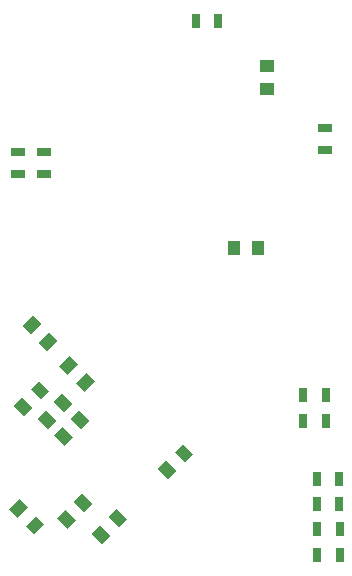
<source format=gbp>
G04 #@! TF.FileFunction,Paste,Bot*
%FSLAX46Y46*%
G04 Gerber Fmt 4.6, Leading zero omitted, Abs format (unit mm)*
G04 Created by KiCad (PCBNEW 4.0.5) date Tuesday, June 20, 2017 'PMt' 03:43:36 PM*
%MOMM*%
%LPD*%
G01*
G04 APERTURE LIST*
%ADD10C,0.100000*%
%ADD11R,1.250000X1.000000*%
%ADD12R,1.000000X1.250000*%
%ADD13R,1.300000X0.700000*%
%ADD14R,0.700000X1.300000*%
G04 APERTURE END LIST*
D10*
G36*
X131215359Y-103592438D02*
X132099242Y-104476321D01*
X131392135Y-105183428D01*
X130508252Y-104299545D01*
X131215359Y-103592438D01*
X131215359Y-103592438D01*
G37*
G36*
X129801145Y-105006652D02*
X130685028Y-105890535D01*
X129977921Y-106597642D01*
X129094038Y-105713759D01*
X129801145Y-105006652D01*
X129801145Y-105006652D01*
G37*
G36*
X124369601Y-112104362D02*
X123485718Y-111220479D01*
X124192825Y-110513372D01*
X125076708Y-111397255D01*
X124369601Y-112104362D01*
X124369601Y-112104362D01*
G37*
G36*
X125783815Y-110690148D02*
X124899932Y-109806265D01*
X125607039Y-109099158D01*
X126490922Y-109983041D01*
X125783815Y-110690148D01*
X125783815Y-110690148D01*
G37*
G36*
X120618442Y-94862879D02*
X119734559Y-95746762D01*
X119027452Y-95039655D01*
X119911335Y-94155772D01*
X120618442Y-94862879D01*
X120618442Y-94862879D01*
G37*
G36*
X119204228Y-93448665D02*
X118320345Y-94332548D01*
X117613238Y-93625441D01*
X118497121Y-92741558D01*
X119204228Y-93448665D01*
X119204228Y-93448665D01*
G37*
G36*
X122660639Y-107798678D02*
X123544522Y-108682561D01*
X122837415Y-109389668D01*
X121953532Y-108505785D01*
X122660639Y-107798678D01*
X122660639Y-107798678D01*
G37*
G36*
X121246425Y-109212892D02*
X122130308Y-110096775D01*
X121423201Y-110803882D01*
X120539318Y-109919999D01*
X121246425Y-109212892D01*
X121246425Y-109212892D01*
G37*
G36*
X119490682Y-110407679D02*
X118606799Y-111291562D01*
X117899692Y-110584455D01*
X118783575Y-109700572D01*
X119490682Y-110407679D01*
X119490682Y-110407679D01*
G37*
G36*
X118076468Y-108993465D02*
X117192585Y-109877348D01*
X116485478Y-109170241D01*
X117369361Y-108286358D01*
X118076468Y-108993465D01*
X118076468Y-108993465D01*
G37*
G36*
X120742518Y-97059521D02*
X121626401Y-96175638D01*
X122333508Y-96882745D01*
X121449625Y-97766628D01*
X120742518Y-97059521D01*
X120742518Y-97059521D01*
G37*
G36*
X122156732Y-98473735D02*
X123040615Y-97589852D01*
X123747722Y-98296959D01*
X122863839Y-99180842D01*
X122156732Y-98473735D01*
X122156732Y-98473735D01*
G37*
G36*
X122396479Y-100767958D02*
X123280362Y-101651841D01*
X122573255Y-102358948D01*
X121689372Y-101475065D01*
X122396479Y-100767958D01*
X122396479Y-100767958D01*
G37*
G36*
X120982265Y-102182172D02*
X121866148Y-103066055D01*
X121159041Y-103773162D01*
X120275158Y-102889279D01*
X120982265Y-102182172D01*
X120982265Y-102182172D01*
G37*
D11*
X138303000Y-71603360D03*
X138303000Y-73603360D03*
D12*
X137575800Y-86995000D03*
X135575800Y-86995000D03*
D10*
G36*
X120994399Y-99345558D02*
X121878282Y-100229441D01*
X121171175Y-100936548D01*
X120287292Y-100052665D01*
X120994399Y-99345558D01*
X120994399Y-99345558D01*
G37*
G36*
X119580185Y-100759772D02*
X120464068Y-101643655D01*
X119756961Y-102350762D01*
X118873078Y-101466879D01*
X119580185Y-100759772D01*
X119580185Y-100759772D01*
G37*
D13*
X119476520Y-78877120D03*
X119476520Y-80777120D03*
X117210840Y-78892360D03*
X117210840Y-80792360D03*
D14*
X132298400Y-67843400D03*
X134198400Y-67843400D03*
X142549840Y-106563160D03*
X144449840Y-106563160D03*
X142549840Y-108686600D03*
X144449840Y-108686600D03*
X142580320Y-110840520D03*
X144480320Y-110840520D03*
X142580320Y-112989360D03*
X144480320Y-112989360D03*
X143301760Y-101635560D03*
X141401760Y-101635560D03*
X143286520Y-99512120D03*
X141386520Y-99512120D03*
D10*
G36*
X119023359Y-98268598D02*
X119907242Y-99152481D01*
X119200135Y-99859588D01*
X118316252Y-98975705D01*
X119023359Y-98268598D01*
X119023359Y-98268598D01*
G37*
G36*
X117609145Y-99682812D02*
X118493028Y-100566695D01*
X117785921Y-101273802D01*
X116902038Y-100389919D01*
X117609145Y-99682812D01*
X117609145Y-99682812D01*
G37*
D13*
X143281400Y-78737500D03*
X143281400Y-76837500D03*
M02*

</source>
